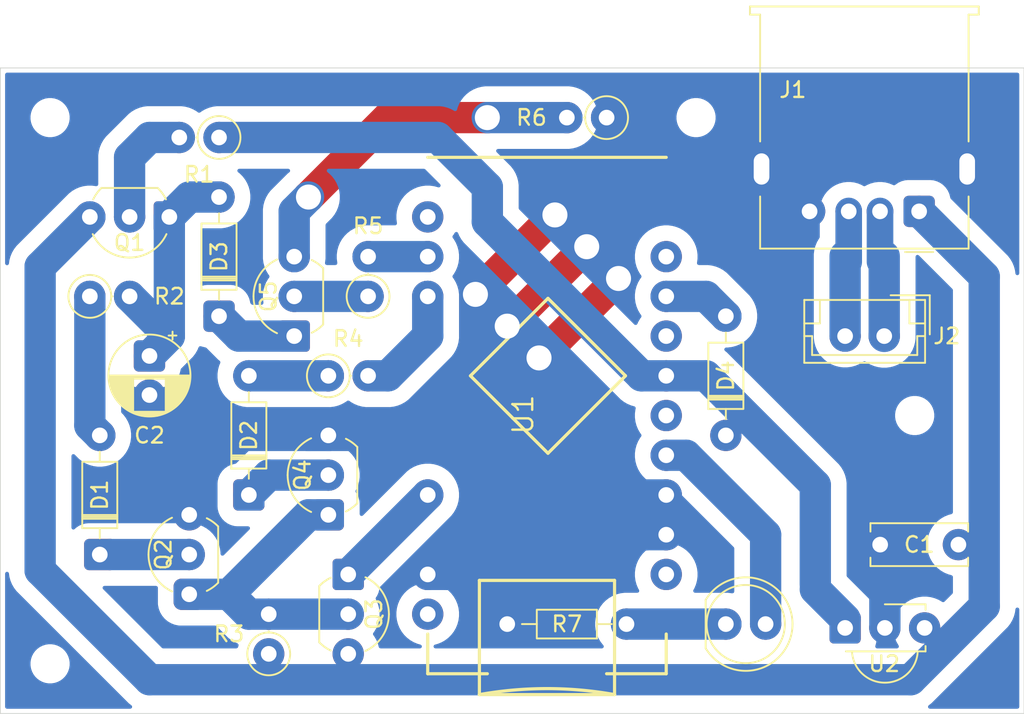
<source format=kicad_pcb>
(kicad_pcb (version 20241229) (generator "pcbnew") (generator_version "9.0")
  (layers (0 "F.Cu" signal) (2 "B.Cu" signal) (13 "F.Paste" user) (15 "B.Paste" user) (5 "F.SilkS" user "F.Silkscreen") (7 "B.SilkS" user "B.Silkscreen") (1 "F.Mask" user) (3 "B.Mask" user) (25 "Edge.Cuts" user))
  (net 0 "")
  (net 1 "GND")
  (net 2 "+5V")
  (net 3 "Net-(D1-A)")
  (net 4 "Net-(D1-K)")
  (net 5 "IR_OUT")
  (net 7 "Net-(D4-A)")
  (net 8 "Net-(D3-K)")
  (net 9 "Net-(J1-D+)")
  (net 10 "Net-(J1-D-)")
  (net 11 "Net-(D2-A)")
  (net 12 "Net-(D3-A)")
  (net 13 "Net-(Q1-B)")
  (net 14 "Net-(Q2-C)")
  (net 15 "VCC")
  (net 16 "ON_OFF")
  (net 17 "DISCH")
  (net 18 "Net-(D5-K)")
  (net 19 "Net-(D2-K)")
  (net 20 "Net-(Q5-E)")
  (net 21 "Net-(Q5-B)")
  (net 22 "LED")
  (footprint "Resistor_THT:R_Axial_DIN0207_L6.3mm_D2.5mm_P2.54mm_Vertical" (layer "F.Cu") (at 128.905 78.105 180)
    (property "Reference" "R1" (at 1.27 -2.37 180) (layer "F.SilkS"))
    (property "Value" "47K" (hide yes))
    (fp_line (start 1.37 0) (end 1.44 0) (stroke (width 0.12)) (layer "F.SilkS"))
    (fp_circle (center 0 0) (end 1.37 0) (stroke (width 0.12)) (fill no) (layer "F.SilkS"))
    (pad "1" thru_hole circle (at 0 0 180) (size 2 2) (drill 1) (layers "*.Cu" "*.Mask") (net 5 "IR_OUT"))
    (pad "2" thru_hole circle (at 2.54 0 180) (size 2 2) (drill 1) (layers "*.Cu" "*.Mask") (net 13 "Net-(Q1-B)"))
  )
  (footprint "Custom:Arduino_Pro_Micro" (layer "F.Cu") (at 149.86 95.885 180)
    (property "Reference" "U1" (at 1.524 0.0635 90) (layer "F.SilkS") (effects (font (size 1.27 1.27))))
    (property "Value" "Arduino_Pro_Micro")
    (fp_line (start 7.62 16.51) (end -7.62 16.51) (stroke (width 0.2032)) (layer "F.SilkS"))
    (fp_line (start 7.62 -16.51) (end 7.62 -13.97) (stroke (width 0.2032)) (layer "F.SilkS"))
    (fp_line (start 4.8895 2.54) (end -0.0635 -2.413) (stroke (width 0.2032)) (layer "F.SilkS"))
    (fp_line (start 4.318 -10.541) (end -4.318 -10.541) (stroke (width 0.2032)) (layer "F.SilkS"))
    (fp_line (start 4.318 -17.8435) (end 4.318 -10.541) (stroke (width 0.2032)) (layer "F.SilkS"))
    (fp_line (start 3.81 -16.51) (end 7.62 -16.51) (stroke (width 0.2032)) (layer "F.SilkS"))
    (fp_line (start -0.0635 7.493) (end 4.8895 2.54) (stroke (width 0.2032)) (layer "F.SilkS"))
    (fp_line (start -0.0635 -2.413) (end -5.0165 2.54) (stroke (width 0.2032)) (layer "F.SilkS"))
    (fp_line (start -3.81 -16.51) (end -7.62 -16.51) (stroke (width 0.2032)) (layer "F.SilkS"))
    (fp_line (start -4.318 -10.541) (end -4.318 -17.8435) (stroke (width 0.2032)) (layer "F.SilkS"))
    (fp_line (start -4.318 -17.8435) (end 4.318 -17.8435) (stroke (width 0.2032)) (layer "F.SilkS"))
    (fp_line (start -5.0165 2.54) (end -0.0635 7.493) (stroke (width 0.2032)) (layer "F.SilkS"))
    (fp_line (start -7.62 -16.51) (end -7.62 -13.97) (stroke (width 0.2032)) (layer "F.SilkS"))
    (fp_arc (start 4.318 -17.8435) (mid 0 -17.460445) (end -4.318 -17.8435) (stroke (width 0.2032)) (layer "F.SilkS"))
    (pad "2" thru_hole circle (at -7.62 -10.16 180) (size 2 2) (drill 1) (layers "*.Cu" "*.Mask"))
    (pad "3" thru_hole circle (at -7.62 -7.62 180) (size 2 2) (drill 1) (layers "*.Cu" "*.Mask") (net 1 "GND"))
    (pad "4" thru_hole circle (at -7.62 -5.08 180) (size 2 2) (drill 1) (layers "*.Cu" "*.Mask") (net 1 "GND"))
    (pad "5" thru_hole circle (at -7.62 -2.54 180) (size 2 2) (drill 1) (layers "*.Cu" "*.Mask") (net 22 "LED"))
    (pad "6" thru_hole circle (at -7.62 0 180) (size 2 2) (drill 1) (layers "*.Cu" "*.Mask"))
    (pad "7" thru_hole circle (at -7.62 2.54 180) (size 2 2) (drill 1) (layers "*.Cu" "*.Mask"))
    (pad "8" thru_hole circle (at -7.62 5.08 180) (size 2 2) (drill 1) (layers "*.Cu" "*.Mask"))
    (pad "9" thru_hole circle (at -7.62 7.62 180) (size 2 2) (drill 1) (layers "*.Cu" "*.Mask") (net 7 "Net-(D4-A)"))
    (pad "10" thru_hole circle (at -7.62 10.16 180) (size 2 2) (drill 1) (layers "*.Cu" "*.Mask"))
    (pad "14" thru_hole circle (at 7.62 12.7 180) (size 2 2) (drill 1) (layers "*.Cu" "*.Mask"))
    (pad "15" thru_hole circle (at 7.62 10.16 180) (size 2 2) (drill 1) (layers "*.Cu" "*.Mask") (net 17 "DISCH"))
    (pad "16" thru_hole circle (at 7.62 7.62 180) (size 2 2) (drill 1) (layers "*.Cu" "*.Mask") (net 16 "ON_OFF"))
    (pad "21" thru_hole circle (at 7.62 -5.08 180) (size 2 2) (drill 1) (layers "*.Cu" "*.Mask") (net 15 "VCC"))
    (pad "23" thru_hole circle (at 7.62 -10.16 180) (size 2 2) (drill 1) (layers "*.Cu" "*.Mask") (net 1 "GND"))
    (pad "24" thru_hole circle (at 7.62 -12.7 180) (size 2 2) (drill 1) (layers "*.Cu" "*.Mask"))
  )
  (footprint "Resistor_THT:R_Axial_DIN0207_L6.3mm_D2.5mm_P2.54mm_Vertical" (layer "F.Cu") (at 132.08 111.125 90)
    (property "Reference" "R3" (at 1.27 -2.54 180) (layer "F.SilkS"))
    (property "Value" "100K" (hide yes))
    (fp_line (start 1.37 0) (end 1.44 0) (stroke (width 0.12)) (layer "F.SilkS"))
    (fp_circle (center 0 0) (end 1.37 0) (stroke (width 0.12)) (fill no) (layer "F.SilkS"))
    (pad "1" thru_hole circle (at 0 0 90) (size 2 2) (drill 1) (layers "*.Cu" "*.Mask") (net 2 "+5V"))
    (pad "2" thru_hole circle (at 2.54 0 90) (size 2 2) (drill 1) (layers "*.Cu" "*.Mask") (net 14 "Net-(Q2-C)"))
  )
  (footprint "Capacitor_THT:C_Disc_D6.0mm_W2.5mm_P5.00mm" (layer "F.Cu") (at 171.149 104.14)
    (property "Reference" "C1" (at 2.5 0 0) (layer "F.SilkS"))
    (property "Value" "100nF" (hide yes))
    (fp_line (start -0.62 -1.37) (end 5.62 -1.37) (stroke (width 0.12)) (layer "F.SilkS"))
    (fp_line (start -0.62 -0.835) (end -0.62 -1.37) (stroke (width 0.12)) (layer "F.SilkS"))
    (fp_line (start -0.62 1.37) (end -0.62 0.835) (stroke (width 0.12)) (layer "F.SilkS"))
    (fp_line (start 5.62 -1.37) (end 5.62 -0.835) (stroke (width 0.12)) (layer "F.SilkS"))
    (fp_line (start 5.62 0.835) (end 5.62 1.37) (stroke (width 0.12)) (layer "F.SilkS"))
    (fp_line (start 5.62 1.37) (end -0.62 1.37) (stroke (width 0.12)) (layer "F.SilkS"))
    (pad "1" thru_hole circle (at 0 0) (size 2 2) (drill 1) (layers "*.Cu" "*.Mask") (net 1 "GND"))
    (pad "2" thru_hole circle (at 5 0) (size 2 2) (drill 1) (layers "*.Cu" "*.Mask") (net 2 "+5V"))
  )
  (footprint "Resistor_THT:R_Axial_DIN0204_L3.6mm_D1.6mm_P7.62mm_Horizontal" (layer "F.Cu") (at 154.94 109.22 180)
    (property "Reference" "R7" (at 3.81 0 180) (layer "F.SilkS"))
    (property "Value" "1K" (hide yes))
    (fp_line (start 6.68 0) (end 5.73 0) (stroke (width 0.12)) (layer "F.SilkS"))
    (fp_line (start 0.94 0) (end 1.89 0) (stroke (width 0.12)) (layer "F.SilkS"))
    (fp_rect (start 1.89 -0.92) (end 5.73 0.92) (stroke (width 0.12)) (fill no) (layer "F.SilkS"))
    (pad "1" thru_hole circle (at 0 0 180) (size 2 2) (drill 1) (layers "*.Cu" "*.Mask") (net 18 "Net-(D5-K)"))
    (pad "2" thru_hole circle (at 7.62 0 180) (size 2 2) (drill 1) (layers "*.Cu" "*.Mask") (net 1 "GND"))
  )
  (footprint "Resistor_THT:R_Axial_DIN0207_L6.3mm_D2.5mm_P2.54mm_Vertical" (layer "F.Cu") (at 135.89 93.345)
    (property "Reference" "R4" (at 1.27 -2.37 0) (layer "F.SilkS"))
    (property "Value" "10K" (hide yes))
    (fp_line (start 1.37 0) (end 1.44 0) (stroke (width 0.12)) (layer "F.SilkS"))
    (fp_circle (center 0 0) (end 1.37 0) (stroke (width 0.12)) (fill no) (layer "F.SilkS"))
    (pad "1" thru_hole circle (at 0 0) (size 2 2) (drill 1) (layers "*.Cu" "*.Mask") (net 11 "Net-(D2-A)"))
    (pad "2" thru_hole circle (at 2.54 0) (size 2 2) (drill 1) (layers "*.Cu" "*.Mask") (net 16 "ON_OFF"))
  )
  (footprint "Diode_THT:D_DO-35_SOD27_P7.62mm_Horizontal" (layer "F.Cu") (at 128.905 89.535 90)
    (property "Reference" "D3" (at 3.81 0 90) (layer "F.SilkS"))
    (property "Value" "1N4148" (hide yes))
    (fp_line (start 2.53 -1.12) (end 2.53 1.12) (stroke (width 0.12)) (layer "F.SilkS"))
    (fp_line (start 2.41 -1.12) (end 2.41 1.12) (stroke (width 0.12)) (layer "F.SilkS"))
    (fp_line (start 2.29 -1.12) (end 2.29 1.12) (stroke (width 0.12)) (layer "F.SilkS"))
    (fp_line (start 6.58 0) (end 5.93 0) (stroke (width 0.12)) (layer "F.SilkS"))
    (fp_line (start 1.04 0) (end 1.69 0) (stroke (width 0.12)) (layer "F.SilkS"))
    (fp_rect (start 1.69 -1.12) (end 5.93 1.12) (stroke (width 0.12)) (fill no) (layer "F.SilkS"))
    (pad "1" thru_hole roundrect (at 0 0 90) (size 2 2) (drill 1) (layers "*.Cu" "*.Mask") (roundrect_rratio 0.15625) (net 8 "Net-(D3-K)"))
    (pad "2" thru_hole circle (at 7.62 0 90) (size 2 2) (drill 1) (layers "*.Cu" "*.Mask") (net 12 "Net-(D3-A)"))
  )
  (footprint "Package_TO_SOT_THT:TO-92_Inline_Wide" (layer "F.Cu") (at 135.89 102.235 90)
    (property "Reference" "Q4" (at 2.54 -1.65 90) (layer "F.SilkS"))
    (property "Value" "BC547" (hide yes))
    (fp_line (start 0.74 1.85) (end 4.34 1.85) (stroke (width 0.12)) (layer "F.SilkS"))
    (fp_arc (start 2.54 -2.6) (mid 3.936979 -2.192818) (end 4.8964 -1.098807) (stroke (width 0.12)) (layer "F.SilkS"))
    (fp_arc (start 0.1836 -1.098807) (mid 1.143021 -2.192817) (end 2.54 -2.6) (stroke (width 0.12)) (layer "F.SilkS"))
    (fp_arc (start 4.864184 1.122795) (mid 4.633903 1.509328) (end 4.34 1.85) (stroke (width 0.12)) (layer "F.SilkS"))
    (fp_arc (start 0.74 1.85) (mid 0.446097 1.509328) (end 0.215816 1.122795) (stroke (width 0.12)) (layer "F.SilkS"))
    (pad "1" thru_hole roundrect (at 0 0 90) (size 2 2) (drill 1) (layers "*.Cu" "*.Mask") (roundrect_rratio 0.1666666667) (net 14 "Net-(Q2-C)"))
    (pad "2" thru_hole circle (at 2.54 0 90) (size 2 2) (drill 1) (layers "*.Cu" "*.Mask") (net 19 "Net-(D2-K)"))
    (pad "3" thru_hole circle (at 5.08 0 90) (size 2 2) (drill 1) (layers "*.Cu" "*.Mask") (net 1 "GND"))
  )
  (footprint "Resistor_THT:R_Axial_DIN0207_L6.3mm_D2.5mm_P2.54mm_Vertical" (layer "F.Cu") (at 153.67 76.835 180)
    (property "Reference" "R6" (at 4.8 0 0) (layer "F.SilkS"))
    (property "Value" "4.7K" (hide yes))
    (fp_line (start 1.37 0) (end 1.44 0) (stroke (width 0.12)) (layer "F.SilkS"))
    (fp_circle (center 0 0) (end 1.37 0) (stroke (width 0.12)) (fill no) (layer "F.SilkS"))
    (pad "1" thru_hole circle (at 0 0 180) (size 2 2) (drill 1) (layers "*.Cu" "*.Mask") (net 1 "GND"))
    (pad "2" thru_hole circle (at 2.54 0 180) (size 2 2) (drill 1) (layers "*.Cu" "*.Mask") (net 20 "Net-(Q5-E)"))
  )
  (footprint "LED_THT:LED_D5.0mm" (layer "F.Cu") (at 161.29 109.22)
    (property "Reference" "D5" (hide yes))
    (property "Value" "LED" (hide yes))
    (fp_line (start -1.29 -1.545) (end -1.29 1.545) (stroke (width 0.12)) (layer "F.SilkS"))
    (fp_arc (start -1.29 -1.54483) (mid 2.071779 -2.880495) (end 4.26 0) (stroke (width 0.12)) (layer "F.SilkS"))
    (fp_arc (start 4.26 0) (mid 2.071779 2.880495) (end -1.29 1.54483) (stroke (width 0.12)) (layer "F.SilkS"))
    (fp_circle (center 1.27 0) (end 3.77 0) (stroke (width 0.12)) (fill no) (layer "F.SilkS"))
    (pad "1" thru_hole circle (at 0 0) (size 2 2) (drill 1) (layers "*.Cu" "*.Mask") (net 18 "Net-(D5-K)"))
    (pad "2" thru_hole circle (at 2.54 0) (size 2 2) (drill 1) (layers "*.Cu" "*.Mask") (net 22 "LED"))
  )
  (footprint "Capacitor_THT:CP_Radial_D5.0mm_P2.50mm" (layer "F.Cu") (at 124.46 92.075 -90)
    (property "Reference" "C2" (at 5.08 0 180) (layer "F.SilkS"))
    (property "Value" "10uF" (hide yes))
    (fp_line (start 1.49 1.04) (end 1.49 2.569) (stroke (width 0.12)) (layer "F.SilkS"))
    (fp_line (start 1.53 1.04) (end 1.53 2.565) (stroke (width 0.12)) (layer "F.SilkS"))
    (fp_line (start 1.57 1.04) (end 1.57 2.56) (stroke (width 0.12)) (layer "F.SilkS"))
    (fp_line (start 1.61 1.04) (end 1.61 2.555) (stroke (width 0.12)) (layer "F.SilkS"))
    (fp_line (start 1.65 1.04) (end 1.65 2.549) (stroke (width 0.12)) (layer "F.SilkS"))
    (fp_line (start 1.69 1.04) (end 1.69 2.543) (stroke (width 0.12)) (layer "F.SilkS"))
    (fp_line (start 1.73 1.04) (end 1.73 2.536) (stroke (width 0.12)) (layer "F.SilkS"))
    (fp_line (start 1.77 1.04) (end 1.77 2.528) (stroke (width 0.12)) (layer "F.SilkS"))
    (fp_line (start 1.81 1.04) (end 1.81 2.519) (stroke (width 0.12)) (layer "F.SilkS"))
    (fp_line (start 1.85 1.04) (end 1.85 2.51) (stroke (width 0.12)) (layer "F.SilkS"))
    (fp_line (start 1.89 1.04) (end 1.89 2.501) (stroke (width 0.12)) (layer "F.SilkS"))
    (fp_line (start 1.93 1.04) (end 1.93 2.49) (stroke (width 0.12)) (layer "F.SilkS"))
    (fp_line (start 1.97 1.04) (end 1.97 2.479) (stroke (width 0.12)) (layer "F.SilkS"))
    (fp_line (start 2.01 1.04) (end 2.01 2.467) (stroke (width 0.12)) (layer "F.SilkS"))
    (fp_line (start 2.05 1.04) (end 2.05 2.455) (stroke (width 0.12)) (layer "F.SilkS"))
    (fp_line (start 2.09 1.04) (end 2.09 2.442) (stroke (width 0.12)) (layer "F.SilkS"))
    (fp_line (start 2.13 1.04) (end 2.13 2.428) (stroke (width 0.12)) (layer "F.SilkS"))
    (fp_line (start 2.17 1.04) (end 2.17 2.413) (stroke (width 0.12)) (layer "F.SilkS"))
    (fp_line (start 2.21 1.04) (end 2.21 2.398) (stroke (width 0.12)) (layer "F.SilkS"))
    (fp_line (start 2.25 1.04) (end 2.25 2.382) (stroke (width 0.12)) (layer "F.SilkS"))
    (fp_line (start 2.29 1.04) (end 2.29 2.365) (stroke (width 0.12)) (layer "F.SilkS"))
    (fp_line (start 2.33 1.04) (end 2.33 2.347) (stroke (width 0.12)) (layer "F.SilkS"))
    (fp_line (start 2.37 1.04) (end 2.37 2.329) (stroke (width 0.12)) (layer "F.SilkS"))
    (fp_line (start 2.41 1.04) (end 2.41 2.309) (stroke (width 0.12)) (layer "F.SilkS"))
    (fp_line (start 2.45 1.04) (end 2.45 2.289) (stroke (width 0.12)) (layer "F.SilkS"))
    (fp_line (start 2.49 1.04) (end 2.49 2.268) (stroke (width 0.12)) (layer "F.SilkS"))
    (fp_line (start 2.53 1.04) (end 2.53 2.246) (stroke (width 0.12)) (layer "F.SilkS"))
    (fp_line (start 2.57 1.04) (end 2.57 2.223) (stroke (width 0.12)) (layer "F.SilkS"))
    (fp_line (start 2.61 1.04) (end 2.61 2.199) (stroke (width 0.12)) (layer "F.SilkS"))
    (fp_line (start 2.65 1.04) (end 2.65 2.175) (stroke (width 0.12)) (layer "F.SilkS"))
    (fp_line (start 2.69 1.04) (end 2.69 2.149) (stroke (width 0.12)) (layer "F.SilkS"))
    (fp_line (start 2.73 1.04) (end 2.73 2.122) (stroke (width 0.12)) (layer "F.SilkS"))
    (fp_line (start 2.77 1.04) (end 2.77 2.094) (stroke (width 0.12)) (layer "F.SilkS"))
    (fp_line (start 2.81 1.04) (end 2.81 2.065) (stroke (width 0.12)) (layer "F.SilkS"))
    (fp_line (start 2.85 1.04) (end 2.85 2.035) (stroke (width 0.12)) (layer "F.SilkS"))
    (fp_line (start 2.89 1.04) (end 2.89 2.003) (stroke (width 0.12)) (layer "F.SilkS"))
    (fp_line (start 2.93 1.04) (end 2.93 1.97) (stroke (width 0.12)) (layer "F.SilkS"))
    (fp_line (start 2.97 1.04) (end 2.97 1.936) (stroke (width 0.12)) (layer "F.SilkS"))
    (fp_line (start 3.01 1.04) (end 3.01 1.901) (stroke (width 0.12)) (layer "F.SilkS"))
    (fp_line (start 3.05 1.04) (end 3.05 1.864) (stroke (width 0.12)) (layer "F.SilkS"))
    (fp_line (start 3.09 1.04) (end 3.09 1.825) (stroke (width 0.12)) (layer "F.SilkS"))
    (fp_line (start 3.13 1.04) (end 3.13 1.785) (stroke (width 0.12)) (layer "F.SilkS"))
    (fp_line (start 3.17 1.04) (end 3.17 1.743) (stroke (width 0.12)) (layer "F.SilkS"))
    (fp_line (start 3.21 1.04) (end 3.21 1.699) (stroke (width 0.12)) (layer "F.SilkS"))
    (fp_line (start 3.25 1.04) (end 3.25 1.652) (stroke (width 0.12)) (layer "F.SilkS"))
    (fp_line (start 3.29 1.04) (end 3.29 1.604) (stroke (width 0.12)) (layer "F.SilkS"))
    (fp_line (start 3.33 1.04) (end 3.33 1.553) (stroke (width 0.12)) (layer "F.SilkS"))
    (fp_line (start 3.37 1.04) (end 3.37 1.499) (stroke (width 0.12)) (layer "F.SilkS"))
    (fp_line (start 3.41 1.04) (end 3.41 1.443) (stroke (width 0.12)) (layer "F.SilkS"))
    (fp_line (start 3.45 1.04) (end 3.45 1.383) (stroke (width 0.12)) (layer "F.SilkS"))
    (fp_line (start 3.49 1.04) (end 3.49 1.319) (stroke (width 0.12)) (layer "F.SilkS"))
    (fp_line (start 3.53 1.04) (end 3.53 1.251) (stroke (width 0.12)) (layer "F.SilkS"))
    (fp_line (start 3.85 -0.283) (end 3.85 0.283) (stroke (width 0.12)) (layer "F.SilkS"))
    (fp_line (start 3.81 -0.517) (end 3.81 0.517) (stroke (width 0.12)) (layer "F.SilkS"))
    (fp_line (start 3.77 -0.677) (end 3.77 0.677) (stroke (width 0.12)) (layer "F.SilkS"))
    (fp_line (start 3.73 -0.805) (end 3.73 0.805) (stroke (width 0.12)) (layer "F.SilkS"))
    (fp_line (start 3.69 -0.914) (end 3.69 0.914) (stroke (width 0.12)) (layer "F.SilkS"))
    (fp_line (start 3.65 -1.011) (end 3.65 1.011) (stroke (width 0.12)) (layer "F.SilkS"))
    (fp_line (start 3.61 -1.098) (end 3.61 1.098) (stroke (width 0.12)) (layer "F.SilkS"))
    (fp_line (start 3.57 -1.177) (end 3.57 1.177) (stroke (width 0.12)) (layer "F.SilkS"))
    (fp_line (start 3.53 -1.251) (end 3.53 -1.04) (stroke (width 0.12)) (layer "F.SilkS"))
    (fp_line (start 3.49 -1.319) (end 3.49 -1.04) (stroke (width 0.12)) (layer "F.SilkS"))
    (fp_line (start 3.45 -1.383) (end 3.45 -1.04) (stroke (width 0.12)) (layer "F.SilkS"))
    (fp_line (start 3.41 -1.443) (end 3.41 -1.04) (stroke (width 0.12)) (layer "F.SilkS"))
    (fp_line (start -1.554775 -1.475) (end -1.054775 -1.475) (stroke (width 0.12)) (layer "F.SilkS"))
    (fp_line (start 3.37 -1.499) (end 3.37 -1.04) (stroke (width 0.12)) (layer "F.SilkS"))
    (fp_line (start 3.33 -1.553) (end 3.33 -1.04) (stroke (width 0.12)) (layer "F.SilkS"))
    (fp_line (start 3.29 -1.604) (end 3.29 -1.04) (stroke (width 0.12)) (layer "F.SilkS"))
    (fp_line (start 3.25 -1.652) (end 3.25 -1.04) (stroke (width 0.12)) (layer "F.SilkS"))
    (fp_line (start 3.21 -1.699) (end 3.21 -1.04) (stroke (width 0.12)) (layer "F.SilkS"))
    (fp_line (start -1.304775 -1.725) (end -1.304775 -1.225) (stroke (width 0.12)) (layer "F.SilkS"))
    (fp_line (start 3.17 -1.743) (end 3.17 -1.04) (stroke (width 0.12)) (layer "F.SilkS"))
    (fp_line (start 3.13 -1.785) (end 3.13 -1.04) (stroke (width 0.12)) (layer "F.SilkS"))
    (fp_line (start 3.09 -1.825) (end 3.09 -1.04) (stroke (width 0.12)) (layer "F.SilkS"))
    (fp_line (start 3.05 -1.864) (end 3.05 -1.04) (stroke (width 0.12)) (layer "F.SilkS"))
    (fp_line (start 3.01 -1.901) (end 3.01 -1.04) (stroke (width 0.12)) (layer "F.SilkS"))
    (fp_line (start 2.97 -1.936) (end 2.97 -1.04) (stroke (width 0.12)) (layer "F.SilkS"))
    (fp_line (start 2.93 -1.97) (end 2.93 -1.04) (stroke (width 0.12)) (layer "F.SilkS"))
    (fp_line (start 2.89 -2.003) (end 2.89 -1.04) (stroke (width 0.12)) (layer "F.SilkS"))
    (fp_line (start 2.85 -2.035) (end 2.85 -1.04) (stroke (width 0.12)) (layer "F.SilkS"))
    (fp_line (start 2.81 -2.065) (end 2.81 -1.04) (stroke (width 0.12)) (layer "F.SilkS"))
    (fp_line (start 2.77 -2.094) (end 2.77 -1.04) (stroke (width 0.12)) (layer "F.SilkS"))
    (fp_line (start 2.73 -2.122) (end 2.73 -1.04) (stroke (width 0.12)) (layer "F.SilkS"))
    (fp_line (start 2.69 -2.149) (end 2.69 -1.04) (stroke (width 0.12)) (layer "F.SilkS"))
    (fp_line (start 2.65 -2.175) (end 2.65 -1.04) (stroke (width 0.12)) (layer "F.SilkS"))
    (fp_line (start 2.61 -2.199) (end 2.61 -1.04) (stroke (width 0.12)) (layer "F.SilkS"))
    (fp_line (start 2.57 -2.223) (end 2.57 -1.04) (stroke (width 0.12)) (layer "F.SilkS"))
    (fp_line (start 2.53 -2.246) (end 2.53 -1.04) (stroke (width 0.12)) (layer "F.SilkS"))
    (fp_line (start 2.49 -2.268) (end 2.49 -1.04) (stroke (width 0.12)) (layer "F.SilkS"))
    (fp_line (start 2.45 -2.289) (end 2.45 -1.04) (stroke (width 0.12)) (layer "F.SilkS"))
    (fp_line (start 2.41 -2.309) (end 2.41 -1.04) (stroke (width 0.12)) (layer "F.SilkS"))
    (fp_line (start 2.37 -2.329) (end 2.37 -1.04) (stroke (width 0.12)) (layer "F.SilkS"))
    (fp_line (start 2.33 -2.347) (end 2.33 -1.04) (stroke (width 0.12)) (layer "F.SilkS"))
    (fp_line (start 2.29 -2.365) (end 2.29 -1.04) (stroke (width 0.12)) (layer "F.SilkS"))
    (fp_line (start 2.25 -2.382) (end 2.25 -1.04) (stroke (width 0.12)) (layer "F.SilkS"))
    (fp_line (start 2.21 -2.398) (end 2.21 -1.04) (stroke (width 0.12)) (layer "F.SilkS"))
    (fp_line (start 2.17 -2.413) (end 2.17 -1.04) (stroke (width 0.12)) (layer "F.SilkS"))
    (fp_line (start 2.13 -2.428) (end 2.13 -1.04) (stroke (width 0.12)) (layer "F.SilkS"))
    (fp_line (start 2.09 -2.442) (end 2.09 -1.04) (stroke (width 0.12)) (layer "F.SilkS"))
    (fp_line (start 2.05 -2.455) (end 2.05 -1.04) (stroke (width 0.12)) (layer "F.SilkS"))
    (fp_line (start 2.01 -2.467) (end 2.01 -1.04) (stroke (width 0.12)) (layer "F.SilkS"))
    (fp_line (start 1.97 -2.479) (end 1.97 -1.04) (stroke (width 0.12)) (layer "F.SilkS"))
    (fp_line (start 1.93 -2.49) (end 1.93 -1.04) (stroke (width 0.12)) (layer "F.SilkS"))
    (fp_line (start 1.89 -2.501) (end 1.89 -1.04) (stroke (width 0.12)) (layer "F.SilkS"))
    (fp_line (start 1.85 -2.51) (end 1.85 -1.04) (stroke (width 0.12)) (layer "F.SilkS"))
    (fp_line (start 1.81 -2.519) (end 1.81 -1.04) (stroke (width 0.12)) (layer "F.SilkS"))
    (fp_line (start 1.77 -2.528) (end 1.77 -1.04) (stroke (width 0.12)) (layer "F.SilkS"))
    (fp_line (start 1.73 -2.536) (end 1.73 -1.04) (stroke (width 0.12)) (layer "F.SilkS"))
    (fp_line (start 1.69 -2.543) (end 1.69 -1.04) (stroke (width 0.12)) (layer "F.SilkS"))
    (fp_line (start 1.65 -2.549) (end 1.65 -1.04) (stroke (width 0.12)) (layer "F.SilkS"))
    (fp_line (start 1.61 -2.555) (end 1.61 -1.04) (stroke (width 0.12)) (layer "F.SilkS"))
    (fp_line (start 1.57 -2.56) (end 1.57 -1.04) (stroke (width 0.12)) (layer "F.SilkS"))
    (fp_line (start 1.53 -2.565) (end 1.53 -1.04) (stroke (width 0.12)) (layer "F.SilkS"))
    (fp_line (start 1.49 -2.569) (end 1.49 -1.04) (stroke (width 0.12)) (layer "F.SilkS"))
    (fp_line (start 1.45 -2.572) (end 1.45 2.572) (stroke (width 0.12)) (layer "F.SilkS"))
    (fp_line (start 1.41 -2.575) (end 1.41 2.575) (stroke (width 0.12)) (layer "F.SilkS"))
    (fp_line (start 1.37 -2.577) (end 1.37 2.577) (stroke (width 0.12)) (layer "F.SilkS"))
    (fp_line (start 1.33 -2.579) (end 1.33 2.579) (stroke (width 0.12)) (layer "F.SilkS"))
    (fp_line (start 1.25 -2.58) (end 1.25 2.58) (stroke (width 0.12)) (layer "F.SilkS"))
    (fp_line (start 1.29 -2.58) (end 1.29 2.58) (stroke (width 0.12)) (layer "F.SilkS"))
    (fp_circle (center 1.25 0) (end 3.87 0) (stroke (width 0.12)) (fill no) (layer "F.SilkS"))
    (pad "1" thru_hole roundrect (at 0 0 270) (size 2 2) (drill 1) (layers "*.Cu" "*.Mask") (roundrect_rratio 0.15625) (net 12 "Net-(D3-A)"))
    (pad "2" thru_hole circle (at 2.5 0 270) (size 2 2) (drill 1) (layers "*.Cu" "*.Mask") (net 1 "GND"))
  )
  (footprint "MountingHole:MountingHole_2mm" (layer "F.Cu") (at 118.11 76.835)
    (property "Reference" "H1" (hide yes))
    (property "Value" "MountingHole" (hide yes))
    (pad "" np_thru_hole circle (at 0 0) (size 2 2) (drill 2) (layers "*.Cu" "*.Mask"))
  )
  (footprint "Connector_JST:JST_EH_B2B-EH-A_1x02_P2.50mm_Vertical" (layer "F.Cu") (at 171.41 90.805 180)
    (property "Reference" "J2" (at -4 0 0) (layer "F.SilkS"))
    (property "Value" "01x02" (hide yes))
    (fp_line (start 5.11 2.31) (end 5.11 -1.71) (stroke (width 0.12)) (layer "F.SilkS"))
    (fp_line (start 5.11 0.81) (end 4.11 0.81) (stroke (width 0.12)) (layer "F.SilkS"))
    (fp_line (start 5.11 -1.71) (end -2.61 -1.71) (stroke (width 0.12)) (layer "F.SilkS"))
    (fp_line (start 4.61 0) (end 5.11 0) (stroke (width 0.12)) (layer "F.SilkS"))
    (fp_line (start 4.61 -1.21) (end 4.61 0) (stroke (width 0.12)) (layer "F.SilkS"))
    (fp_line (start 4.11 0.81) (end 4.11 2.31) (stroke (width 0.12)) (layer "F.SilkS"))
    (fp_line (start -1.61 0.81) (end -1.61 2.31) (stroke (width 0.12)) (layer "F.SilkS"))
    (fp_line (start -2.11 0) (end -2.11 -1.21) (stroke (width 0.12)) (layer "F.SilkS"))
    (fp_line (start -2.11 -1.21) (end 4.61 -1.21) (stroke (width 0.12)) (layer "F.SilkS"))
    (fp_line (start -2.61 2.31) (end 5.11 2.31) (stroke (width 0.12)) (layer "F.SilkS"))
    (fp_line (start -2.61 0.81) (end -1.61 0.81) (stroke (width 0.12)) (layer "F.SilkS"))
    (fp_line (start -2.61 0) (end -2.11 0) (stroke (width 0.12)) (layer "F.SilkS"))
    (fp_line (start -2.61 -1.71) (end -2.61 2.31) (stroke (width 0.12)) (layer "F.SilkS"))
    (fp_line (start -2.91 2.61) (end -0.41 2.61) (stroke (width 0.12)) (layer "F.SilkS"))
    (fp_line (start -2.91 0.11) (end -2.91 2.61) (stroke (width 0.12)) (layer "F.SilkS"))
    (pad "1" thru_hole circle (at 0 0 180) (size 2 2) (drill 1) (layers "*.Cu" "*.Mask") (net 10 "Net-(J1-D-)"))
    (pad "2" thru_hole circle (at 2.5 0 180) (size 2 2) (drill 1) (layers "*.Cu" "*.Mask") (net 9 "Net-(J1-D+)"))
  )
  (footprint "Connector_USB:USB_A_Molex_67643_Horizontal" (layer "F.Cu") (at 173.64 82.83 180)
    (property "Reference" "J1" (at 8.072 7.773 0) (layer "F.SilkS"))
    (property "Value" "USB_A")
    (fp_line (start 10.81 13.1) (end 10.81 12.58) (stroke (width 0.12)) (layer "F.SilkS"))
    (fp_line (start 10.81 12.58) (end 10.16 12.58) (stroke (width 0.12)) (layer "F.SilkS"))
    (fp_line (start 10.16 4.47) (end 10.16 12.58) (stroke (width 0.12)) (layer "F.SilkS"))
    (fp_line (start 10.16 -2.38) (end 10.16 0.95) (stroke (width 0.12)) (layer "F.SilkS"))
    (fp_line (start -0.9 -2.6) (end 0.9 -2.6) (stroke (width 0.12)) (layer "F.SilkS"))
    (fp_line (start -3.16 12.58) (end -3.16 4.47) (stroke (width 0.12)) (layer "F.SilkS"))
    (fp_line (start -3.16 12.58) (end -3.81 12.58) (stroke (width 0.12)) (layer "F.SilkS"))
    (fp_line (start -3.16 -2.38) (end 10.16 -2.38) (stroke (width 0.12)) (layer "F.SilkS"))
    (fp_line (start -3.16 -2.38) (end -3.16 0.95) (stroke (width 0.12)) (layer "F.SilkS"))
    (fp_line (start -3.81 13.1) (end 10.81 13.1) (stroke (width 0.12)) (layer "F.SilkS"))
    (fp_line (start -3.81 12.58) (end -3.81 13.1) (stroke (width 0.12)) (layer "F.SilkS"))
    (pad "1" thru_hole roundrect (at 0 0 180) (size 2 2) (drill 1) (layers "*.Cu" "*.Mask") (roundrect_rratio 0.1666666667) (net 2 "+5V"))
    (pad "2" thru_hole circle (at 2.5 0 180) (size 1.7 1.7) (drill 1) (layers "*.Cu" "*.Mask") (net 10 "Net-(J1-D-)"))
    (pad "3" thru_hole circle (at 4.5 0 180) (size 1.7 1.7) (drill 1) (layers "*.Cu" "*.Mask") (net 9 "Net-(J1-D+)"))
    (pad "4" thru_hole circle (at 7 0 180) (size 2 2) (drill 1) (layers "*.Cu" "*.Mask") (net 1 "GND"))
    (pad "5" thru_hole oval (at -3.07 2.71 180) (size 2.4 3.6) (drill oval 1 2) (layers "*.Cu" "*.Mask") (net 1 "GND"))
    (pad "5" thru_hole oval (at 10.07 2.71 180) (size 2.4 3.6) (drill oval 1 2) (layers "*.Cu" "*.Mask") (net 1 "GND"))
  )
  (footprint "Package_TO_SOT_THT:TO-92_Inline_Wide" (layer "F.Cu") (at 125.73 83.185 180)
    (property "Reference" "Q1" (at 2.54 -1.65 0) (layer "F.SilkS"))
    (property "Value" "BC557" (hide yes))
    (fp_line (start 0.74 1.85) (end 4.34 1.85) (stroke (width 0.12)) (layer "F.SilkS"))
    (fp_arc (start 4.864184 1.122795) (mid 4.633903 1.509328) (end 4.34 1.85) (stroke (width 0.12)) (layer "F.SilkS"))
    (fp_arc (start 2.54 -2.6) (mid 3.936979 -2.192818) (end 4.8964 -1.098807) (stroke (width 0.12)) (layer "F.SilkS"))
    (fp_arc (start 0.74 1.85) (mid 0.446097 1.509328) (end 0.215816 1.122795) (stroke (width 0.12)) (layer "F.SilkS"))
    (fp_arc (start 0.1836 -1.098807) (mid 1.143021 -2.192817) (end 2.54 -2.6) (stroke (width 0.12)) (layer "F.SilkS"))
    (pad "1" thru_hole roundrect (at 0 0 180) (size 2 2) (drill 1) (layers "*.Cu" "*.Mask") (roundrect_rratio 0.125) (net 12 "Net-(D3-A)"))
    (pad "2" thru_hole circle (at 2.54 0 180) (size 2 2) (drill 1) (layers "*.Cu" "*.Mask") (net 13 "Net-(Q1-B)"))
    (pad "3" thru_hole circle (at 5.08 0 180) (size 2 2) (drill 1) (layers "*.Cu" "*.Mask") (net 2 "+5V"))
  )
  (footprint "Package_TO_SOT_THT:TO-92_Inline_Wide" (layer "F.Cu") (at 133.71 90.805 90)
    (property "Reference" "Q5" (at 2.54 -1.65 90) (layer "F.SilkS"))
    (property "Value" "BC547" (hide yes))
    (fp_line (start 0.74 1.85) (end 4.34 1.85) (stroke (width 0.12)) (layer "F.SilkS"))
    (fp_arc (start 2.54 -2.6) (mid 3.936979 -2.192818) (end 4.8964 -1.098807) (stroke (width 0.12)) (layer "F.SilkS"))
    (fp_arc (start 0.1836 -1.098807) (mid 1.143021 -2.192817) (end 2.54 -2.6) (stroke (width 0.12)) (layer "F.SilkS"))
    (fp_arc (start 4.864184 1.122795) (mid 4.633903 1.509328) (end 4.34 1.85) (stroke (width 0.12)) (layer "F.SilkS"))
    (fp_arc (start 0.74 1.85) (mid 0.446097 1.509328) (end 0.215816 1.122795) (stroke (width 0.12)) (layer "F.SilkS"))
    (pad "1" thru_hole roundrect (at 0 0 90) (size 2 2) (drill 1) (layers "*.Cu" "*.Mask") (roundrect_rratio 0.125) (net 8 "Net-(D3-K)"))
    (pad "2" thru_hole circle (at 2.54 0 90) (size 2 2) (drill 1) (layers "*.Cu" "*.Mask") (net 21 "Net-(Q5-B)"))
    (pad "3" thru_hole circle (at 5.08 0 90) (size 2 2) (drill 1) (layers "*.Cu" "*.Mask") (net 20 "Net-(Q5-E)"))
  )
  (footprint "Diode_THT:D_DO-35_SOD27_P7.62mm_Horizontal" (layer "F.Cu") (at 121.285 104.775 90)
    (property "Reference" "D1" (at 3.81 0 90) (layer "F.SilkS"))
    (property "Value" "1N4148" (hide yes))
    (fp_line (start 2.53 -1.12) (end 2.53 1.12) (stroke (width 0.12)) (layer "F.SilkS"))
    (fp_line (start 2.41 -1.12) (end 2.41 1.12) (stroke (width 0.12)) (layer "F.SilkS"))
    (fp_line (start 2.29 -1.12) (end 2.29 1.12) (stroke (width 0.12)) (layer "F.SilkS"))
    (fp_line (start 6.58 0) (end 5.93 0) (stroke (width 0.12)) (layer "F.SilkS"))
    (fp_line (start 1.04 0) (end 1.69 0) (stroke (width 0.12)) (layer "F.SilkS"))
    (fp_rect (start 1.69 -1.12) (end 5.93 1.12) (stroke (width 0.12)) (fill no) (layer "F.SilkS"))
    (pad "1" thru_hole roundrect (at 0 0 90) (size 2 2) (drill 1) (layers "*.Cu" "*.Mask") (roundrect_rratio 0.15625) (net 4 "Net-(D1-K)"))
    (pad "2" thru_hole circle (at 7.62 0 90) (size 2 2) (drill 1) (layers "*.Cu" "*.Mask") (net 3 "Net-(D1-A)"))
  )
  (footprint "Package_TO_SOT_THT:TO-92_Inline_Wide" (layer "F.Cu") (at 137.16 106.045 -90)
    (property "Reference" "Q3" (at 2.54 -1.65 90) (layer "F.SilkS"))
    (property "Value" "BC557" (hide yes))
    (fp_line (start 0.74 1.85) (end 4.34 1.85) (stroke (width 0.12)) (layer "F.SilkS"))
    (fp_arc (start 0.74 1.85) (mid 0.446097 1.509328) (end 0.215816 1.122795) (stroke (width 0.12)) (layer "F.SilkS"))
    (fp_arc (start 4.864184 1.122795) (mid 4.633903 1.509328) (end 4.34 1.85) (stroke (width 0.12)) (layer "F.SilkS"))
    (fp_arc (start 0.1836 -1.098807) (mid 1.143021 -2.192817) (end 2.54 -2.6) (stroke (width 0.12)) (layer "F.SilkS"))
    (fp_arc (start 2.54 -2.6) (mid 3.936979 -2.192818) (end 4.8964 -1.098807) (stroke (width 0.12)) (layer "F.SilkS"))
    (pad "1" thru_hole roundrect (at 0 0 270) (size 2 2) (drill 1) (layers "*.Cu" "*.Mask") (roundrect_rratio 0.125) (net 15 "VCC"))
    (pad "2" thru_hole circle (at 2.54 0 270) (size 2 2) (drill 1) (layers "*.Cu" "*.Mask") (net 14 "Net-(Q2-C)"))
    (pad "3" thru_hole circle (at 5.08 0 270) (size 2 2) (drill 1) (layers "*.Cu" "*.Mask") (net 2 "+5V"))
  )
  (footprint "Diode_THT:D_DO-35_SOD27_P7.62mm_Horizontal" (layer "F.Cu") (at 130.81 100.965 90)
    (property "Reference" "D2" (at 3.81 0 90) (layer "F.SilkS"))
    (property "Value" "1N4148" (hide yes))
    (fp_line (start 2.53 -1.12) (end 2.53 1.12) (stroke (width 0.12)) (layer "F.SilkS"))
    (fp_line (start 2.41 -1.12) (end 2.41 1.12) (stroke (width 0.12)) (layer "F.SilkS"))
    (fp_line (start 2.29 -1.12) (end 2.29 1.12) (stroke (width 0.12)) (layer "F.SilkS"))
    (fp_line (start 6.58 0) (end 5.93 0) (stroke (width 0.12)) (layer "F.SilkS"))
    (fp_line (start 1.04 0) (end 1.69 0) (stroke (width 0.12)) (layer "F.SilkS"))
    (fp_rect (start 1.69 -1.12) (end 5.93 1.12) (stroke (width 0.12)) (fill no) (layer "F.SilkS"))
    (pad "1" thru_hole roundrect (at 0 0 90) (size 2 2) (drill 1) (layers "*.Cu" "*.Mask") (roundrect_rratio 0.15625) (net 19 "Net-(D2-K)"))
    (pad "2" thru_hole circle (at 7.62 0 90) (size 2 2) (drill 1) (layers "*.Cu" "*.Mask") (net 11 "Net-(D2-A)"))
  )
  (footprint "Diode_THT:D_DO-35_SOD27_P7.62mm_Horizontal" (layer "F.Cu") (at 161.29 97.155 90)
    (property "Reference" "D4" (at 3.81 0 90) (layer "F.SilkS"))
    (property "Value" "1N4148" (hide yes))
    (fp_line (start 2.53 -1.12) (end 2.53 1.12) (stroke (width 0.12)) (layer "F.SilkS"))
    (fp_line (start 2.41 -1.12) (end 2.41 1.12) (stroke (width 0.12)) (layer "F.SilkS"))
    (fp_line (start 2.29 -1.12) (end 2.29 1.12) (stroke (width 0.12)) (layer "F.SilkS"))
    (fp_line (start 6.58 0) (end 5.93 0) (stroke (width 0.12)) (layer "F.SilkS"))
    (fp_line (start 1.04 0) (end 1.69 0) (stroke (width 0.12)) (layer "F.SilkS"))
    (fp_rect (start 1.69 -1.12) (end 5.93 1.12) (stroke (width 0.12)) (fill no) (layer "F.SilkS"))
    (pad "1" thru_hole circle (at 0 0 90) (size 2 2) (drill 1) (layers "*.Cu" "*.Mask") (net 5 "IR_OUT"))
    (pad "2" thru_hole circle (at 7.62 0 90) (size 2 2) (drill 1) (layers "*.Cu" "*.Mask") (net 7 "Net-(D4-A)"))
  )
  (footprint "Package_TO_SOT_THT:TO-92_Inline_Wide" (layer "F.Cu") (at 127 107.315 90)
    (property "Reference" "Q2" (at 2.54 -1.65 90) (layer "F.SilkS"))
    (property "Value" "BC547" (hide yes))
    (fp_line (start 0.74 1.85) (end 4.34 1.85) (stroke (width 0.12)) (layer "F.SilkS"))
    (fp_arc (start 2.54 -2.6) (mid 3.936979 -2.192818) (end 4.8964 -1.098807) (stroke (width 0.12)) (layer "F.SilkS"))
    (fp_arc (start 0.1836 -1.098807) (mid 1.143021 -2.192817) (end 2.54 -2.6) (stroke (width 0.12)) (layer "F.SilkS"))
    (fp_arc (start 4.864184 1.122795) (mid 4.633903 1.509328) (end 4.34 1.85) (stroke (width 0.12)) (layer "F.SilkS"))
    (fp_arc (start 0.74 1.85) (mid 0.446097 1.509328) (end 0.215816 1.122795) (stroke (width 0.12)) (layer "F.SilkS"))
    (pad "1" thru_hole roundrect (at 0 0 90) (size 2 2) (drill 1) (layers "*.Cu" "*.Mask") (net 14 "Net-(Q2-C)"))
    (pad "2" thru_hole circle (at 2.54 0 90) (size 2 2) (drill 1) (layers "*.Cu" "*.Mask") (net 4 "Net-(D1-K)"))
    (pad "3" thru_hole circle (at 5.08 0 90) (size 2 2) (drill 1) (layers "*.Cu" "*.Mask") (net 1 "GND"))
  )
  (footprint "Resistor_THT:R_Axial_DIN0207_L6.3mm_D2.5mm_P2.54mm_Vertical" (layer "F.Cu") (at 120.65 88.265)
    (property "Reference" "R2" (at 5.08 0 0) (layer "F.SilkS"))
    (property "Value" "10K" (hide yes))
    (fp_line (start 1.37 0) (end 1.44 0) (stroke (width 0.12)) (layer "F.SilkS"))
    (fp_circle (center 0 0) (end 1.37 0) (stroke (width 0.12)) (fill no) (layer "F.SilkS"))
    (pad "1" thru_hole circle (at 0 0) (size 2 2) (drill 1) (layers "*.Cu" "*.Mask") (net 3 "Net-(D1-A)"))
    (pad "2" thru_hole circle (at 2.54 0) (size 2 2) (drill 1) (layers "*.Cu" "*.Mask") (net 12 "Net-(D3-A)"))
  )
  (footprint "MountingHole:MountingHole_2mm" (layer "F.Cu") (at 173.355 95.885)
    (property "Reference" "H3" (hide yes))
    (property "Value" "MountingHole" (hide yes))
    (pad "" np_thru_hole circle (at 0 0) (size 2 2) (drill 2) (layers "*.Cu" "*.Mask"))
  )
  (footprint "MountingHole:MountingHole_2mm" (layer "F.Cu") (at 118.11 111.76)
    (property "Reference" "H4" (hide yes))
    (property "Value" "MountingHole" (hide yes))
    (pad "" np_thru_hole circle (at 0 0) (size 2 2) (drill 2) (layers "*.Cu" "*.Mask"))
  )
  (footprint "OptoDevice:Vishay_MINICAST-3Pin" (layer "F.Cu") (at 168.91 109.465)
    (property "Reference" "U2" (at 2.5 2.3 180) (layer "F.SilkS"))
    (property "Value" "VS1838B" (hide yes))
    (fp_line (start 5.14 -1.51) (end 2.54 -1.51) (stroke (width 0.12)) (layer "F.SilkS"))
    (fp_line (start 5.14 -1.16) (end 5.14 -1.51) (stroke (width 0.12)) (layer "F.SilkS"))
    (fp_line (start 5.14 1.16) (end 5.14 1.5) (stroke (width 0.12)) (layer "F.SilkS"))
    (fp_line (start 5.14 1.5) (end 0.05 1.5) (stroke (width 0.12)) (layer "F.SilkS"))
    (fp_arc (start 4.64 1.5) (mid 2.540869 3.502379) (end 0.440083 1.501736) (stroke (width 0.12)) (layer "F.SilkS"))
    (pad "1" thru_hole roundrect (at 0 0) (size 2 2) (drill 1) (layers "*.Cu" "*.Mask") (roundrect_rratio 0.139) (net 5 "IR_OUT"))
    (pad "2" thru_hole circle (at 2.54 0) (size 2 2) (drill 1) (layers "*.Cu" "*.Mask") (net 1 "GND"))
    (pad "3" thru_hole circle (at 5.08 0) (size 2 2) (drill 1) (layers "*.Cu" "*.Mask") (net 2 "+5V"))
  )
  (footprint "MountingHole:MountingHole_2mm" (layer "F.Cu") (at 159.385 76.835)
    (property "Reference" "H2" (hide yes))
    (property "Value" "MountingHole" (hide yes))
    (pad "" np_thru_hole circle (at 0 0) (size 2 2) (drill 2) (layers "*.Cu" "*.Mask"))
  )
  (footprint "Resistor_THT:R_Axial_DIN0207_L6.3mm_D2.5mm_P2.54mm_Vertical" (layer "F.Cu") (at 138.43 88.265 90)
    (property "Reference" "R5" (at 4.5 0 180) (layer "F.SilkS"))
    (property "Value" "4.7K" (hide yes))
    (fp_line (start 1.37 0) (end 1.44 0) (stroke (width 0.12)) (layer "F.SilkS"))
    (fp_circle (center 0 0) (end 1.37 0) (stroke (width 0.12)) (fill no) (layer "F.SilkS"))
    (pad "1" thru_hole circle (at 0 0 90) (size 2 2) (drill 1) (layers "*.Cu" "*.Mask") (net 21 "Net-(Q5-B)"))
    (pad "2" thru_hole circle (at 2.54 0 90) (size 2 2) (drill 1) (layers "*.Cu" "*.Mask") (net 17 "DISCH"))
  )
  (gr_line (start 114.935 73.66) (end 180.34 73.66) (stroke (width 0.05)) (layer "Edge.Cuts"))
  (gr_line (start 114.935 114.935) (end 114.935 73.66) (stroke (width 0.05)) (layer "Edge.Cuts"))
  (gr_line (start 180.34 73.66) (end 180.34 114.935) (stroke (width 0.05)) (layer "Edge.Cuts"))
  (gr_line (start 180.34 114.935) (end 114.935 114.935) (stroke (width 0.05)) (layer "Edge.Cuts"))
  (segment (start 149.352 92.202) (end 154.432 87.122) (width 2) (layer "F.Cu") (net 1))
  (segment (start 147.32 90.17) (end 152.4 85.09) (width 2) (layer "F.Cu") (net 1))
  (segment (start 145.288 88.138) (end 150.368 83.058) (width 2) (layer "F.Cu") (net 1))
  (via (at 154.432 87.122) (size 2) (drill 1.6) (layers "F.Cu" "B.Cu") (net 1))
  (via (at 145.288 88.138) (size 2) (drill 1.6) (layers "F.Cu" "B.Cu") (net 1))
  (via (at 147.32 90.17) (size 2) (drill 1.6) (layers "F.Cu" "B.Cu") (net 1))
  (via (at 150.368 83.058) (size 2) (drill 1.6) (layers "F.Cu" "B.Cu") (net 1))
  (via (at 149.352 92.202) (size 2) (drill 1.6) (layers "F.Cu" "B.Cu") (net 1))
  (via (at 152.4 85.09) (size 2) (drill 1.6) (layers "F.Cu" "B.Cu") (net 1))
  (segment (start 175.37 78.105) (end 165.1 78.105) (width 2) (layer "B.Cu") (net 1))
  (segment (start 171.149 99.394) (end 165.1 93.345) (width 2) (layer "B.Cu") (net 1))
  (segment (start 147.32 102.235) (end 148.59 100.965) (width 2) (layer "B.Cu") (net 1))
  (segment (start 135.89 97.155) (end 134.62 97.155) (width 2) (layer "B.Cu") (net 1))
  (segment (start 128.27 97.155) (end 127 97.155) (width 2) (layer "B.Cu") (net 1))
  (segment (start 134.62 97.155) (end 128.27 97.155) (width 2) (layer "B.Cu") (net 1))
  (segment (start 139.7 97.155) (end 140.335 97.155) (width 2) (layer "B.Cu") (net 1))
  (segment (start 146.3675 103.1875) (end 147.32 102.235) (width 2) (layer "B.Cu") (net 1))
  (segment (start 124.46 94.615) (end 127 97.155) (width 2) (layer "B.Cu") (net 1))
  (segment (start 171.149 104.14) (end 171.149 99.394) (width 2) (layer "B.Cu") (net 1))
  (segment (start 154.432 83.058) (end 154.305 83.185) (width 2) (layer "B.Cu") (net 1))
  (segment (start 145.288 92.202) (end 140.335 97.155) (width 2) (layer "B.Cu") (net 1))
  (segment (start 159.665 82.83) (end 166.64 82.83) (width 2) (layer "B.Cu") (net 1))
  (segment (start 154.432 87.122) (end 154.432 83.058) (width 2) (layer "B.Cu") (net 1))
  (segment (start 147.32 109.22) (end 147.32 102.235) (width 2) (layer "B.Cu") (net 1))
  (segment (start 175.37 78.145) (end 176.71 79.485) (width 2) (layer "B.Cu") (net 1))
  (segment (start 150.368 83.058) (end 154.432 83.058) (width 2) (layer "B.Cu") (net 1))
  (segment (start 165.1 83.14) (end 163.57 81.61) (width 2) (layer "B.Cu") (net 1))
  (segment (start 154.305 83.185) (end 152.4 85.09) (width 2) (layer "B.Cu") (net 1))
  (segment (start 127 98.425) (end 128.27 97.155) (width 2) (layer "B.Cu") (net 1))
  (segment (start 156.21 103.505) (end 153.67 100.965) (width 2) (layer "B.Cu") (net 1))
  (segment (start 134.62 97.155) (end 139.7 97.155) (width 2) (layer "B.Cu") (net 1))
  (segment (start 154.432 83.058) (end 156.845 80.645) (width 2) (layer "B.Cu") (net 1))
  (segment (start 171.45 104.441) (end 171.45 109.465) (width 2) (layer "B.Cu") (net 1))
  (segment (start 165.1 93.345) (end 165.1 83.14) (width 2) (layer "B.Cu") (net 1))
  (segment (start 142.24 106.045) (end 143.51 106.045) (width 2) (layer "B.Cu") (net 1))
  (segment (start 144.78 97.155) (end 140.97 97.155) (width 2) (layer "B.Cu") (net 1))
  (segment (start 140.335 97.155) (end 140.97 97.155) (width 2) (layer "B.Cu") (net 1))
  (segment (start 163.57 81.61) (end 163.57 80.12) (width 2) (layer "B.Cu") (net 1))
  (segment (start 157.48 103.505) (end 156.21 103.505) (width 2) (layer "B.Cu") (net 1))
  (segment (start 145.288 92.202) (end 147.32 90.17) (width 2) (layer "B.Cu") (net 1))
  (segment (start 145.288 88.138) (end 145.288 92.202) (width 2) (layer "B.Cu") (net 1))
  (segment (start 148.59 100.965) (end 144.78 97.155) (width 2) (layer "B.Cu") (net 1))
  (segment (start 143.51 106.045) (end 146.3675 103.1875) (width 2) (layer "B.Cu") (net 1))
  (segment (start 149.352 92.202) (end 145.288 92.202) (width 2) (layer "B.Cu") (net 1))
  (segment (start 165.1 78.105) (end 163.72 79.485) (width 2) (layer "B.Cu") (net 1))
  (segment (start 153.67 76.835) (end 159.665 82.83) (width 2) (layer "B.Cu") (net 1))
  (segment (start 157.48 100.965) (end 148.59 100.965) (width 2) (layer "B.Cu") (net 1))
  (segment (start 171.149 104.14) (end 171.45 104.441) (width 2) (layer "B.Cu") (net 1))
  (segment (start 127 101.6) (end 127 98.425) (width 2) (layer "B.Cu") (net 1))
  (segment (start 175.37 78.105) (end 175.37 78.145) (width 2) (layer "B.Cu") (net 1))
  (segment (start 173.64 82.835) (end 173.64 82.83) (width 2) (layer "B.Cu") (net 2))
  (segment (start 173.101 112.776) (end 177.8 108.077) (width 2) (layer "B.Cu") (net 2))
  (segment (start 177.8 86.995) (end 173.64 82.835) (width 2) (layer "B.Cu") (net 2))
  (segment (start 124.46 112.776) (end 173.101 112.776) (width 2) (layer "B.Cu") (net 2))
  (segment (start 117.475 86.36) (end 117.475 105.791) (width 2) (layer "B.Cu") (net 2))
  (segment (start 177.8 108.077) (end 177.8 86.995) (width 2) (layer "B.Cu") (net 2))
  (segment (start 117.475 105.791) (end 124.46 112.776) (width 2) (layer "B.Cu") (net 2))
  (segment (start 120.65 83.185) (end 117.475 86.36) (width 2) (layer "B.Cu") (net 2))
  (segment (start 120.65 96.52) (end 121.285 97.155) (width 2) (layer "B.Cu") (net 3))
  (segment (start 120.65 88.265) (end 120.65 96.52) (width 2) (layer "B.Cu") (net 3))
  (segment (start 127 104.775) (end 121.92 104.775) (width 2) (layer "B.Cu") (net 4))
  (segment (start 167.005 100.33) (end 160.02 93.345) (width 2) (layer "B.Cu") (net 5))
  (segment (start 168.91 108.9025) (end 167.005 106.9975) (width 2) (layer "B.Cu") (net 5))
  (segment (start 146.05 81.28) (end 142.875 78.105) (width 2) (layer "B.Cu") (net 5))
  (segment (start 155.8925 93.345) (end 146.05 83.5025) (width 2) (layer "B.Cu") (net 5))
  (segment (start 167.005 106.68) (end 167.005 100.33) (width 2) (layer "B.Cu") (net 5))
  (segment (start 142.875 78.105) (end 128.905 78.105) (width 2) (layer "B.Cu") (net 5))
  (segment (start 146.05 83.5025) (end 146.05 81.28) (width 2) (layer "B.Cu") (net 5))
  (segment (start 160.02 93.345) (end 155.8925 93.345) (width 2) (layer "B.Cu") (net 5))
  (segment (start 157.48 88.265) (end 160.02 88.265) (width 2) (layer "B.Cu") (net 7))
  (segment (start 160.02 88.265) (end 161.29 89.535) (width 2) (layer "B.Cu") (net 7))
  (segment (start 130.175 90.805) (end 128.905 89.535) (width 2) (layer "B.Cu") (net 8))
  (segment (start 133.71 90.805) (end 130.175 90.805) (width 2) (layer "B.Cu") (net 8))
  (segment (start 169.14 86.064) (end 169.14 82.804) (width 1.7) (layer "B.Cu") (net 9))
  (segment (start 168.91 90.805) (end 168.91 85.685) (width 2) (layer "B.Cu") (net 9))
  (segment (start 171.41 85.705) (end 171.41 90.825) (width 2) (layer "B.Cu") (net 10))
  (segment (start 171.14 86.059) (end 171.14 82.804) (width 1.7) (layer "B.Cu") (net 10))
  (segment (start 135.89 93.345) (end 130.81 93.345) (width 2) (layer "B.Cu") (net 11))
  (segment (start 128.905 81.915) (end 127 81.915) (width 2) (layer "B.Cu") (net 12))
  (segment (start 127 81.915) (end 125.73 83.185) (width 2) (layer "B.Cu") (net 12))
  (segment (start 123.19 88.265) (end 125.73 90.805) (width 2) (layer "B.Cu") (net 12))
  (segment (start 125.73 83.185) (end 125.73 90.805) (width 2) (layer "B.Cu") (net 12))
  (segment (start 125.73 90.805) (end 124.46 92.075) (width 2) (layer "B.Cu") (net 12))
  (segment (start 124.46 78.105) (end 126.365 78.105) (width 2) (layer "B.Cu") (net 13))
  (segment (start 124.46 78.105) (end 123.19 79.375) (width 2) (layer "B.Cu") (net 13))
  (segment (start 123.19 79.375) (end 123.19 83.185) (width 2) (layer "B.Cu") (net 13))
  (segment (start 129.54 107.315) (end 130.81 108.585) (width 2) (layer "B.Cu") (net 14))
  (segment (start 129.54 107.315) (end 134.62 102.235) (width 2) (layer "B.Cu") (net 14))
  (segment (start 127 107.315) (end 129.54 107.315) (width 2) (layer "B.Cu") (net 14))
  (segment (start 134.62 102.235) (end 135.89 102.235) (width 2) (layer "B.Cu") (net 14))
  (segment (start 130.81 108.585) (end 137.16 108.585) (width 2) (layer "B.Cu") (net 14))
  (segment (start 137.16 106.045) (end 142.24 100.965) (width 2) (layer "B.Cu") (net 15))
  (segment (start 142.24 88.265) (end 142.24 90.805) (width 2) (layer "B.Cu") (net 16))
  (segment (start 142.24 90.805) (end 139.7 93.345) (width 2) (layer "B.Cu") (net 16))
  (segment (start 139.7 93.345) (end 138.655 93.345) (width 2) (layer "B.Cu") (net 16))
  (segment (start 142.24 85.725) (end 138.43 85.725) (width 2) (layer "B.Cu") (net 17))
  (segment (start 161.29 109.22) (end 154.94 109.22) (width 2) (layer "B.Cu") (net 18))
  (segment (start 132.08 99.695) (end 130.81 100.965) (width 2) (layer "B.Cu") (net 19))
  (segment (start 135.89 99.695) (end 132.08 99.695) (width 2) (layer "B.Cu") (net 19))
  (segment (start 139.7 76.835) (end 134.62 81.915) (width 2) (layer "F.Cu") (net 20))
  (segment (start 146.05 76.835) (end 139.7 76.835) (width 2) (layer "F.Cu") (net 20))
  (via (at 134.62 81.915) (size 2) (drill 1.6) (layers "F.Cu" "B.Cu") (net 20))
  (via (at 146.05 76.835) (size 2) (drill 1.6) (layers "F.Cu" "B.Cu") (net 20))
  (segment (start 146.05 76.835) (end 151.13 76.835) (width 2) (layer "B.Cu") (net 20))
  (segment (start 133.71 82.825) (end 134.62 81.915) (width 2) (layer "B.Cu") (net 20))
  (segment (start 133.71 85.725) (end 133.71 82.825) (width 2) (layer "B.Cu") (net 20))
  (segment (start 138.43 88.265) (end 133.71 88.265) (width 2) (layer "B.Cu") (net 21))
  (segment (start 163.83 103.505) (end 158.75 98.425) (width 2) (layer "B.Cu") (net 22))
  (segment (start 158.75 98.425) (end 157.48 98.425) (width 2) (layer "B.Cu") (net 22))
  (segment (start 163.83 109.22) (end 163.83 103.505) (width 2) (layer "B.Cu") (net 22))
  (zone (net 1) (net_name "GND") (layer "B.Cu") (name "GND") (connect_pads yes (clearance 1)) (min_thickness 0.25) (fill yes (thermal_gap 0.5) (thermal_bridge_width 0.5) (island_removal_mode 2) (island_area_min 10))
    (polygon (pts (xy 114.935 73.66) (xy 114.935 114.935) (xy 180.34 114.935) (xy 180.34 73.66)))
  )
)
</source>
